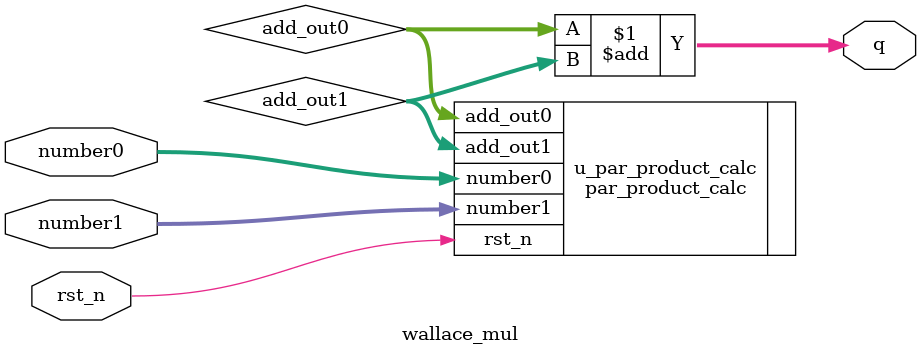
<source format=v>
module wallace_mul (
    input   [15 : 0]    number1,number0,
    input               rst_n,
    output  [31 : 0]    q
);
    wire [31 : 0]   add_out0;
    wire [31 : 0]   add_out1;

    assign q = add_out0 + add_out1;
    par_product_calc u_par_product_calc(
        .rst_n(rst_n),
        .number1(number1),
        .number0(number0),
        .add_out1(add_out1),
        .add_out0(add_out0)
    );

endmodule
</source>
